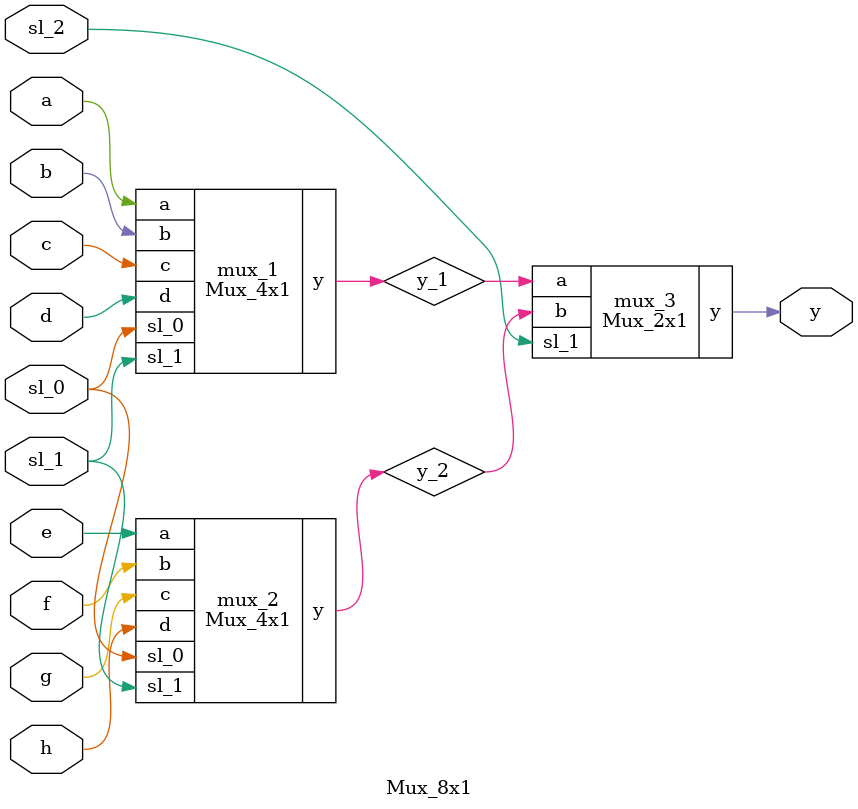
<source format=v>
module Mux_2x1 (
    input a, b, sl_1,
    output y
);
    assign y = sl_1 ? b : a;

endmodule

module Mux_4x1 (
    input a, b, c, d, sl_1, sl_0,
    output y
);
    wire y_1, y_2;

    Mux_2x1 mux_1 (a, b, sl_0, y_1);
    Mux_2x1 mux_2 (c, d, sl_0, y_2);

    Mux_2x1 mux_3 (y_1, y_2, sl_1, y);

endmodule

module Mux_8x1 (
    input a, b, c, d, e, f, g, h, sl_2, sl_1, sl_0,
    output y
);
    wire y_1, y_2;

    Mux_4x1 mux_1 (a, b, c, d, sl_1, sl_0, y_1);
    Mux_4x1 mux_2 (e, f, g, h, sl_1, sl_0, y_2);

    Mux_2x1 mux_3 (y_1, y_2, sl_2, y);

endmodule
</source>
